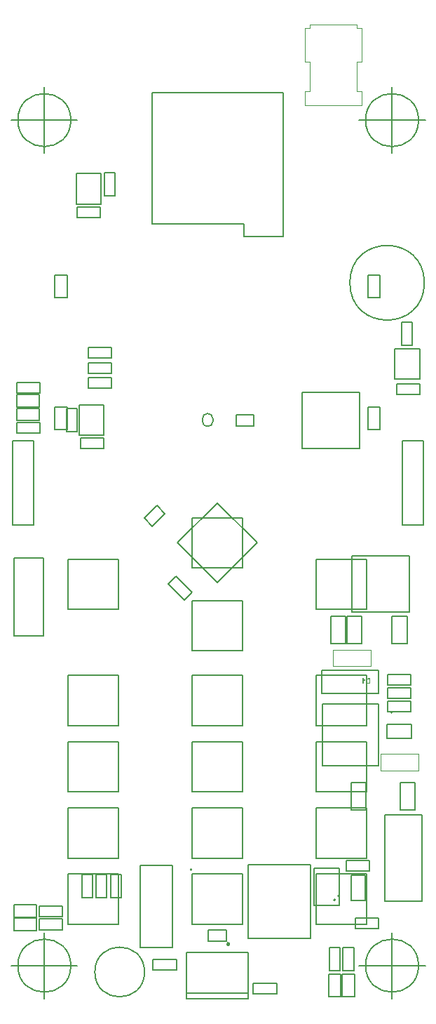
<source format=gbr>
G04*
G04 #@! TF.GenerationSoftware,Altium Limited,Altium Designer,23.0.1 (38)*
G04*
G04 Layer_Color=16711935*
%FSLAX25Y25*%
%MOIN*%
G70*
G04*
G04 #@! TF.SameCoordinates,D75D10E2-2566-4FA1-905F-50A539E45678*
G04*
G04*
G04 #@! TF.FilePolarity,Positive*
G04*
G01*
G75*
%ADD10C,0.00394*%
%ADD11C,0.00500*%
%ADD12C,0.00787*%
%ADD15C,0.01181*%
%ADD16C,0.00591*%
%ADD126C,0.00600*%
G36*
X501048Y508044D02*
X501095Y507968D01*
X501146Y507895D01*
X501197Y507837D01*
X501240Y507789D01*
X501280Y507753D01*
X501295Y507738D01*
X501306Y507727D01*
X501313Y507724D01*
X501317Y507720D01*
X501397Y507662D01*
X501473Y507611D01*
X501543Y507571D01*
X501604Y507542D01*
X501655Y507520D01*
X501692Y507502D01*
X501706Y507498D01*
X501717Y507495D01*
X501721Y507491D01*
X501724D01*
Y507054D01*
X501593Y507105D01*
X501477Y507160D01*
X501422Y507189D01*
X501371Y507222D01*
X501324Y507251D01*
X501280Y507280D01*
X501240Y507309D01*
X501204Y507334D01*
X501175Y507356D01*
X501149Y507378D01*
X501128Y507396D01*
X501113Y507407D01*
X501106Y507414D01*
X501102Y507418D01*
Y505594D01*
X500618D01*
Y508128D01*
X501011D01*
X501048Y508044D01*
D02*
G37*
G36*
X504284Y505594D02*
X503330D01*
X503231Y505598D01*
X503140Y505602D01*
X503064Y505609D01*
X503002Y505620D01*
X502951Y505631D01*
X502911Y505638D01*
X502900Y505642D01*
X502889D01*
X502886Y505646D01*
X502882D01*
X502802Y505675D01*
X502729Y505707D01*
X502671Y505740D01*
X502620Y505773D01*
X502580Y505802D01*
X502551Y505824D01*
X502533Y505838D01*
X502525Y505846D01*
X502463Y505915D01*
X502409Y505988D01*
X502361Y506064D01*
X502325Y506133D01*
X502296Y506199D01*
X502282Y506224D01*
X502274Y506246D01*
X502267Y506268D01*
X502260Y506283D01*
X502256Y506290D01*
Y506293D01*
X502231Y506381D01*
X502209Y506472D01*
X502194Y506559D01*
X502187Y506643D01*
X502183Y506683D01*
X502180Y506719D01*
Y506748D01*
X502176Y506777D01*
Y506799D01*
Y506814D01*
Y506825D01*
Y506828D01*
X502180Y506956D01*
X502190Y507069D01*
X502194Y507123D01*
X502201Y507171D01*
X502209Y507218D01*
X502216Y507258D01*
X502227Y507294D01*
X502234Y507327D01*
X502241Y507356D01*
X502245Y507378D01*
X502252Y507396D01*
X502256Y507411D01*
X502260Y507418D01*
Y507422D01*
X502292Y507509D01*
X502332Y507589D01*
X502373Y507658D01*
X502413Y507717D01*
X502445Y507764D01*
X502474Y507800D01*
X502493Y507822D01*
X502496Y507830D01*
X502500D01*
X502562Y507888D01*
X502624Y507935D01*
X502689Y507975D01*
X502747Y508008D01*
X502798Y508033D01*
X502842Y508051D01*
X502857Y508055D01*
X502868Y508059D01*
X502875Y508062D01*
X502878D01*
X502948Y508081D01*
X503024Y508091D01*
X503104Y508103D01*
X503181Y508106D01*
X503250Y508110D01*
X503279Y508113D01*
X504284D01*
Y505594D01*
D02*
G37*
%LPC*%
G36*
X503774Y507688D02*
X503443D01*
X503395Y507684D01*
X503352D01*
X503315Y507680D01*
X503282D01*
X503250Y507677D01*
X503224D01*
X503184Y507669D01*
X503155Y507666D01*
X503137Y507662D01*
X503133D01*
X503082Y507648D01*
X503039Y507629D01*
X502998Y507611D01*
X502962Y507589D01*
X502937Y507571D01*
X502915Y507556D01*
X502904Y507546D01*
X502900Y507542D01*
X502868Y507506D01*
X502838Y507466D01*
X502813Y507425D01*
X502791Y507389D01*
X502776Y507353D01*
X502766Y507324D01*
X502758Y507305D01*
X502755Y507302D01*
Y507298D01*
X502737Y507233D01*
X502722Y507163D01*
X502715Y507087D01*
X502707Y507014D01*
X502704Y506952D01*
X502700Y506923D01*
Y506898D01*
Y506879D01*
Y506865D01*
Y506854D01*
Y506850D01*
X502704Y506748D01*
X502707Y506654D01*
X502718Y506577D01*
X502726Y506512D01*
X502737Y506457D01*
X502740Y506435D01*
X502747Y506421D01*
X502751Y506406D01*
Y506395D01*
X502755Y506392D01*
Y506388D01*
X502776Y506330D01*
X502795Y506279D01*
X502820Y506239D01*
X502838Y506206D01*
X502857Y506180D01*
X502871Y506162D01*
X502882Y506151D01*
X502886Y506148D01*
X502918Y506122D01*
X502951Y506101D01*
X502984Y506082D01*
X503017Y506068D01*
X503046Y506057D01*
X503068Y506049D01*
X503082Y506042D01*
X503090D01*
X503130Y506035D01*
X503177Y506031D01*
X503228Y506024D01*
X503279D01*
X503326Y506020D01*
X503774D01*
Y507688D01*
D02*
G37*
%LPD*%
D10*
X486334Y513806D02*
Y521680D01*
Y513806D02*
X498483D01*
X486334Y521680D02*
X498483D01*
X498483Y513806D02*
X504333D01*
X498483Y521680D02*
X504333D01*
X504333Y513806D02*
X504333Y521680D01*
X509051Y464370D02*
Y472244D01*
Y464370D02*
X514902D01*
X509051Y472244D02*
X514902D01*
Y464370D02*
X527051D01*
X514902Y472244D02*
X527051D01*
Y464370D02*
Y472244D01*
X497743Y816929D02*
Y818504D01*
X475486Y816929D02*
Y818504D01*
X473228Y780315D02*
X500000D01*
Y787062D01*
X473228Y816929D02*
X475486D01*
X473228Y787062D02*
X475484D01*
X497745D02*
Y800787D01*
X473228D02*
Y816929D01*
X497745Y800787D02*
X500000D01*
X473228D02*
X475484D01*
X500000D02*
Y816929D01*
X473228Y780315D02*
Y787062D01*
X475486Y818504D02*
X497743D01*
X475484Y787062D02*
Y800787D01*
X497745Y787062D02*
X500000D01*
X497743Y816929D02*
X500000D01*
D11*
X529918Y695963D02*
G03*
X529918Y695963I-17717J0D01*
G01*
X396850Y368642D02*
G03*
X396850Y368642I-11811J0D01*
G01*
X376181Y733354D02*
Y747835D01*
X364370Y733354D02*
X376181D01*
X364370D02*
Y747835D01*
X376181D01*
X336124Y630487D02*
Y636287D01*
X346924Y630487D02*
Y636287D01*
X336124Y630487D02*
X346924Y630487D01*
X336124Y636287D02*
X346924Y636287D01*
X336124Y642776D02*
X346924D01*
X336124Y636976D02*
X346924D01*
Y642776D01*
X336124Y636976D02*
Y642776D01*
X377461Y623610D02*
Y638091D01*
X365650Y623610D02*
X377461D01*
X365650D02*
Y638091D01*
X377461D01*
X400613Y580242D02*
X406626Y586255D01*
X396716Y584139D02*
X402729Y590152D01*
X406626Y586255D01*
X396716Y584139D02*
X400613Y580242D01*
X527658Y650185D02*
Y664665D01*
X515846Y650185D02*
X527658D01*
X515846D02*
Y664665D01*
X527658D01*
X440328Y627854D02*
X448832D01*
X440328Y633366D02*
X448832D01*
Y627854D02*
Y633366D01*
X440328Y627854D02*
Y633366D01*
X508284Y501094D02*
Y512094D01*
X481284D02*
X508284D01*
X481284Y501094D02*
Y512094D01*
Y501094D02*
X508284D01*
X512146Y486319D02*
X523957D01*
X512146Y479626D02*
X523957D01*
X512146D02*
Y486319D01*
X523957Y479626D02*
Y486319D01*
X477402Y417913D02*
X489331D01*
X477402Y400197D02*
X489331D01*
X477402D02*
Y417913D01*
X489331Y400197D02*
Y417913D01*
X495020Y414468D02*
X501713D01*
X495020Y402658D02*
X501713D01*
Y414468D01*
X495020Y402658D02*
Y414468D01*
X484404Y367732D02*
X490204D01*
X484404Y356932D02*
X490204D01*
X484404D02*
Y367732D01*
X490204Y356932D02*
Y367732D01*
X496679Y356932D02*
Y367732D01*
X490879Y356932D02*
Y367732D01*
Y356932D02*
X496679D01*
X490879Y367732D02*
X496679D01*
X427244Y383110D02*
X435748D01*
X427244Y388622D02*
X435748D01*
Y383110D02*
Y388622D01*
X427244Y383110D02*
Y388622D01*
X334660Y388375D02*
X345460Y388375D01*
X334660Y394175D02*
X345460Y394175D01*
X334660Y388375D02*
Y394175D01*
X345460Y388375D02*
Y394175D01*
X345460Y400448D02*
X345460Y394648D01*
X334660Y394648D02*
Y400448D01*
X345460Y400448D01*
X334660Y394648D02*
X345460Y394648D01*
X503006Y626194D02*
Y636995D01*
X508806Y626194D02*
Y636995D01*
X503006Y626194D02*
X508806D01*
X503006Y636995D02*
X508806D01*
X508804Y688793D02*
Y699593D01*
X503004Y688793D02*
Y699593D01*
X508804D01*
X503004Y688793D02*
X508804D01*
X354187Y626194D02*
Y636995D01*
X359987Y626194D02*
Y636995D01*
X354187Y626194D02*
X359987D01*
X354187Y636995D02*
X359987D01*
X359985Y688793D02*
Y699593D01*
X354185Y688793D02*
Y699593D01*
X359985D01*
X354185Y688793D02*
X359985D01*
D12*
X514705Y492047D02*
G03*
X514705Y492047I-394J0D01*
G01*
X487560Y402855D02*
G03*
X487560Y402855I-394J0D01*
G01*
X489685Y404823D02*
G03*
X489685Y404823I-394J0D01*
G01*
X419354Y417244D02*
G03*
X419354Y417244I-394J0D01*
G01*
X361811Y371654D02*
G03*
X361811Y371654I-12598J0D01*
G01*
X527165D02*
G03*
X527165Y371654I-12598J0D01*
G01*
X361811Y773228D02*
G03*
X361811Y773228I-12598J0D01*
G01*
X527165D02*
G03*
X527165Y773228I-12598J0D01*
G01*
X499088Y617224D02*
Y643996D01*
X471824Y617224D02*
X499088D01*
X471824D02*
Y643996D01*
X499088D01*
X495508Y539544D02*
Y566316D01*
X522771D01*
Y539544D02*
Y566316D01*
X495508Y539544D02*
X522771D01*
X528740Y402362D02*
Y443307D01*
X511024Y402362D02*
X528740D01*
X511024D02*
Y443307D01*
X528740D01*
X334646Y528248D02*
Y565256D01*
X348819D01*
Y528248D02*
Y565256D01*
X334646Y528248D02*
X348819D01*
X481393Y466542D02*
Y495883D01*
X507977D01*
Y466542D02*
Y495883D01*
X481393Y466542D02*
X507977D01*
X394783Y380256D02*
X394783Y419232D01*
X410138Y380256D02*
Y419232D01*
X394783Y380256D02*
X410138D01*
X394783Y419232D02*
X410138Y419232D01*
X416732Y356076D02*
Y358702D01*
X446260Y356076D02*
Y358702D01*
X416732D02*
Y377796D01*
Y358702D02*
X446260D01*
X416732Y377796D02*
X446260D01*
X416732Y356076D02*
X446260D01*
Y360867D02*
Y377796D01*
Y358702D02*
Y360867D01*
X478596Y564711D02*
X502506D01*
X478596Y540801D02*
Y564711D01*
Y540801D02*
X502506D01*
Y564711D01*
X419541Y584396D02*
X443451D01*
X419541Y560486D02*
Y584396D01*
Y560486D02*
X443451D01*
Y584396D01*
X360486Y540801D02*
X360486Y564711D01*
X384396Y564711D01*
Y540801D02*
Y564711D01*
X360486Y540801D02*
X384396D01*
X419541Y521116D02*
X443451Y521116D01*
Y545026D01*
X419541Y545026D02*
X443451Y545026D01*
X419541Y521116D02*
Y545026D01*
X360486Y509592D02*
X384396Y509592D01*
X360486Y485683D02*
Y509592D01*
Y485683D02*
X384396Y485683D01*
X384396Y509592D01*
X478596Y509593D02*
X502506Y509593D01*
X478596Y485683D02*
X478596Y509593D01*
X478596Y485683D02*
X502506Y485683D01*
X502506Y509593D02*
X502506Y485683D01*
X419541Y509592D02*
X443451Y509592D01*
X419541Y485683D02*
Y509592D01*
Y485683D02*
X443451Y485683D01*
Y509592D01*
X419541Y478096D02*
X443451D01*
X419541Y454187D02*
Y478096D01*
Y454187D02*
X443451D01*
Y478096D01*
X360486Y478096D02*
X384396D01*
X360486Y454187D02*
X360486Y478096D01*
X360486Y454187D02*
X384396D01*
X384396Y478096D02*
X384396Y454187D01*
X360486Y446600D02*
X384396Y446600D01*
X360486Y422691D02*
Y446600D01*
Y422691D02*
X384396D01*
X384396Y446600D02*
X384396Y422691D01*
X419541Y446600D02*
X443451D01*
X419541Y422691D02*
Y446600D01*
Y422691D02*
X443451D01*
Y446600D01*
X478596Y478096D02*
X502506D01*
X478596Y454187D02*
Y478096D01*
Y454187D02*
X502506D01*
Y478096D01*
X478596Y446600D02*
X502506D01*
X478596D02*
X478596Y422691D01*
X502506Y422691D01*
Y446600D01*
X478596Y415104D02*
X502506D01*
X478596Y391195D02*
Y415104D01*
Y391195D02*
X502506Y391195D01*
X502506Y415104D01*
X419541Y415104D02*
X443451D01*
X419541Y391195D02*
Y415104D01*
Y391195D02*
X443451D01*
Y415104D01*
X384396Y391195D02*
Y415104D01*
X360486Y391195D02*
X384396Y391195D01*
X360486Y391195D02*
Y415104D01*
X384396Y415104D01*
X529606Y580925D02*
Y620926D01*
X519607D02*
X529606D01*
X519607Y580925D02*
Y620926D01*
Y580925D02*
X529606D01*
X446260Y384646D02*
Y419685D01*
X475787D01*
Y384646D02*
Y419685D01*
X446260Y384646D02*
X475787D01*
X334075Y580925D02*
X344075D01*
X334075D02*
Y620926D01*
X344075D01*
Y580925D02*
Y620926D01*
X400394Y723903D02*
Y786303D01*
Y723903D02*
X444294Y723903D01*
Y717803D02*
Y723903D01*
Y717803D02*
X462694D01*
Y786303D01*
X400394D02*
X462694D01*
X349213Y371654D02*
Y387402D01*
X333465Y371654D02*
X349213D01*
Y355906D02*
Y371654D01*
X364961D01*
X514567D02*
Y387402D01*
X498819Y371654D02*
X514567D01*
Y355906D02*
Y371654D01*
X530315D01*
X349213Y773228D02*
Y788976D01*
X333465Y773228D02*
X349213D01*
Y757480D02*
Y773228D01*
X364961D01*
X514567D02*
Y788976D01*
X498819Y773228D02*
X514567D01*
Y757480D02*
Y773228D01*
X530315D01*
D15*
X437008Y381930D02*
G03*
X437008Y381930I-394J0D01*
G01*
D16*
X424311Y630315D02*
G03*
X429429Y630315I2559J0D01*
G01*
Y631299D02*
G03*
X424311Y631299I-2559J0D01*
G01*
X359685Y636122D02*
X364724D01*
X359685Y632185D02*
Y636122D01*
X364724Y632185D02*
Y636122D01*
X359685Y625098D02*
Y632185D01*
X364724Y625098D02*
Y632185D01*
X359685Y625098D02*
X364724D01*
X347036Y643577D02*
Y648616D01*
X343099Y648616D02*
X347036Y648616D01*
X343099Y643577D02*
X347036Y643577D01*
X336012Y648616D02*
X343099D01*
X336012Y643577D02*
X343099D01*
X336012D02*
Y648616D01*
X400945Y369528D02*
Y374567D01*
Y369528D02*
X408032D01*
X400945Y374567D02*
X408032D01*
Y369528D02*
X411969D01*
X408032Y374567D02*
X411969D01*
Y369528D02*
Y374567D01*
X380681Y414921D02*
X385720D01*
X380681Y407835D02*
Y414921D01*
X385720Y407835D02*
Y414921D01*
X380681Y403898D02*
Y407835D01*
X385720Y403898D02*
Y407835D01*
X380681Y403898D02*
X385720D01*
X408134Y553066D02*
X411698Y556630D01*
X408134Y553066D02*
X410918Y550282D01*
X411698Y556630D02*
X414482Y553846D01*
X410918Y550282D02*
X415929Y545271D01*
X414482Y553846D02*
X419493Y548835D01*
X415929Y545271D02*
X419493Y548835D01*
X494971Y445665D02*
Y453740D01*
X502058Y445665D02*
Y453740D01*
X494971Y445665D02*
X502058D01*
X494971Y458665D02*
X502058D01*
X494971Y453740D02*
Y458665D01*
X502058Y453740D02*
Y458665D01*
X500278Y529429D02*
Y537504D01*
X493192Y529429D02*
Y537504D01*
X500278D01*
X493191Y524504D02*
X500278D01*
Y529429D01*
X493191Y524504D02*
X493192Y529429D01*
X377795Y748228D02*
X382835D01*
X377795Y741142D02*
Y748228D01*
X382835Y741142D02*
Y748228D01*
X377795Y737205D02*
Y741142D01*
X382835Y737205D02*
Y741142D01*
X377795Y737205D02*
X382835D01*
X375886Y726909D02*
Y731949D01*
X371949D02*
X375886D01*
X371949Y726909D02*
X375886D01*
X364862Y731949D02*
X371949D01*
X364862Y726909D02*
X371949D01*
X364862D02*
Y731949D01*
X336012Y624552D02*
Y629591D01*
Y624552D02*
X343099D01*
X336012Y629591D02*
X343099D01*
Y624552D02*
X347036Y624552D01*
X343099Y629591D02*
X347036Y629591D01*
Y624552D02*
Y629591D01*
X366339Y617264D02*
Y622303D01*
Y617264D02*
X373425D01*
X366339Y622303D02*
X373425D01*
Y617264D02*
X377362D01*
X373425Y622303D02*
X377362D01*
Y617264D02*
Y622303D01*
X370099Y660177D02*
Y665217D01*
Y660177D02*
X377186D01*
X370099Y665217D02*
X377186D01*
Y660177D02*
X381123D01*
X377186Y665217D02*
X381123D01*
Y660177D02*
Y665217D01*
X370099Y652989D02*
Y658028D01*
Y652989D02*
X377186D01*
X370099Y658028D02*
X377186D01*
Y652989D02*
X381123D01*
X377186Y658028D02*
X381123D01*
Y652989D02*
Y658028D01*
Y645801D02*
Y650840D01*
X374036D02*
X381123D01*
X374036Y645801D02*
X381123D01*
X370099Y650840D02*
X374036D01*
X370099Y645801D02*
X374036D01*
X370099D02*
Y650840D01*
X429429Y630315D02*
Y631299D01*
X424311Y630315D02*
Y631299D01*
X519232Y677362D02*
X524272D01*
X519232Y670276D02*
Y677362D01*
X524272Y670276D02*
Y677362D01*
X519232Y666339D02*
X519232Y670276D01*
X524272Y666339D02*
X524272Y670276D01*
X519232Y666339D02*
X524272D01*
X527658Y642953D02*
Y647992D01*
X523721D02*
X527658D01*
X523721Y642953D02*
X527658D01*
X516634Y647992D02*
X523721D01*
X516634Y642953D02*
X523721D01*
X516634D02*
Y647992D01*
X514567Y532579D02*
X514567Y524504D01*
X521654Y532579D02*
X521654Y524504D01*
X514567D02*
X521654D01*
X514567Y537504D02*
X521654Y537504D01*
X514567Y532579D02*
X514567Y537504D01*
X521654Y532579D02*
Y537504D01*
X492618Y529429D02*
Y537504D01*
X485532Y529429D02*
Y537504D01*
X492618D01*
X485532Y524504D02*
X492618Y524504D01*
Y529429D01*
X485532Y524504D02*
Y529429D01*
X512402Y504961D02*
Y510000D01*
Y504961D02*
X516339Y504961D01*
X512402Y510000D02*
X516339Y510000D01*
Y504961D02*
X523425D01*
X516339Y510000D02*
X523425D01*
Y504961D02*
Y510000D01*
X523425Y498612D02*
Y503652D01*
X519488D02*
X523425D01*
X519488Y498612D02*
X523425D01*
X512402Y503652D02*
X519488D01*
X512402Y498612D02*
X519488D01*
X512402D02*
Y503652D01*
X512402Y492264D02*
Y497303D01*
Y492264D02*
X516339Y492264D01*
X512402Y497303D02*
X516339Y497303D01*
Y492264D02*
X523425D01*
X516339Y497303D02*
X523425D01*
Y492264D02*
Y497303D01*
X518504Y445665D02*
Y453740D01*
X525591Y445665D02*
X525591Y453740D01*
X518504Y445665D02*
X525591D01*
X518504Y458665D02*
X525591D01*
X518504Y453740D02*
Y458665D01*
X525591D02*
X525591Y453740D01*
X503740Y416648D02*
Y421687D01*
X496654D02*
X503740D01*
X496654Y416648D02*
X503740D01*
X492717Y421687D02*
X496654D01*
X492717Y416648D02*
X496654D01*
X492717D02*
Y421687D01*
X497067Y389150D02*
Y394189D01*
Y389150D02*
X504153D01*
X497067Y394189D02*
X504153D01*
Y389150D02*
X508090D01*
X504153Y394189D02*
X508090D01*
Y389150D02*
Y394189D01*
X484784Y380276D02*
X489823D01*
X484784Y376339D02*
Y380276D01*
X489823Y376339D02*
Y380276D01*
X484784Y369252D02*
Y376339D01*
X489823Y369252D02*
Y376339D01*
X484784Y369252D02*
X489823D01*
X491260Y380276D02*
X496299D01*
X491260Y376339D02*
Y380276D01*
X496299Y376339D02*
Y380276D01*
X491260Y369252D02*
Y376339D01*
X496299Y369252D02*
Y376339D01*
X491260Y369252D02*
X496299D01*
X459646Y358110D02*
Y363150D01*
X452559D02*
X459646D01*
X452559Y358110D02*
X459646D01*
X448622Y363150D02*
X452559D01*
X448622Y358110D02*
X452559D01*
X448622D02*
Y363150D01*
X367067Y414921D02*
X372106D01*
X367067Y407835D02*
Y414921D01*
X372106Y407835D02*
Y414921D01*
X367067Y403898D02*
Y407835D01*
X372106Y403898D02*
Y407835D01*
X367067Y403898D02*
X372106D01*
X373874Y414921D02*
X378913Y414921D01*
X373874Y407835D02*
Y414921D01*
X378913Y407835D02*
Y414921D01*
X373874Y403898D02*
Y407835D01*
X378913Y407835D02*
X378913Y403898D01*
X373874D02*
X378913D01*
X357874Y395029D02*
Y400068D01*
X353937Y400068D02*
X357874Y400068D01*
X353937Y395029D02*
X357874Y395029D01*
X346850Y400068D02*
X353937D01*
X346850Y395029D02*
X353937D01*
X346850D02*
Y400068D01*
X357874Y388756D02*
Y393796D01*
X353937Y393796D02*
X357874Y393796D01*
X353937Y388756D02*
X357874Y388756D01*
X346850Y393796D02*
X353937D01*
X346850Y388756D02*
X353937D01*
X346850D02*
Y393796D01*
D126*
X431496Y553511D02*
X450426Y572441D01*
X431496Y591371D02*
X450426Y572441D01*
X412566D02*
X431496Y591371D01*
X412566Y572441D02*
X431496Y553511D01*
M02*

</source>
